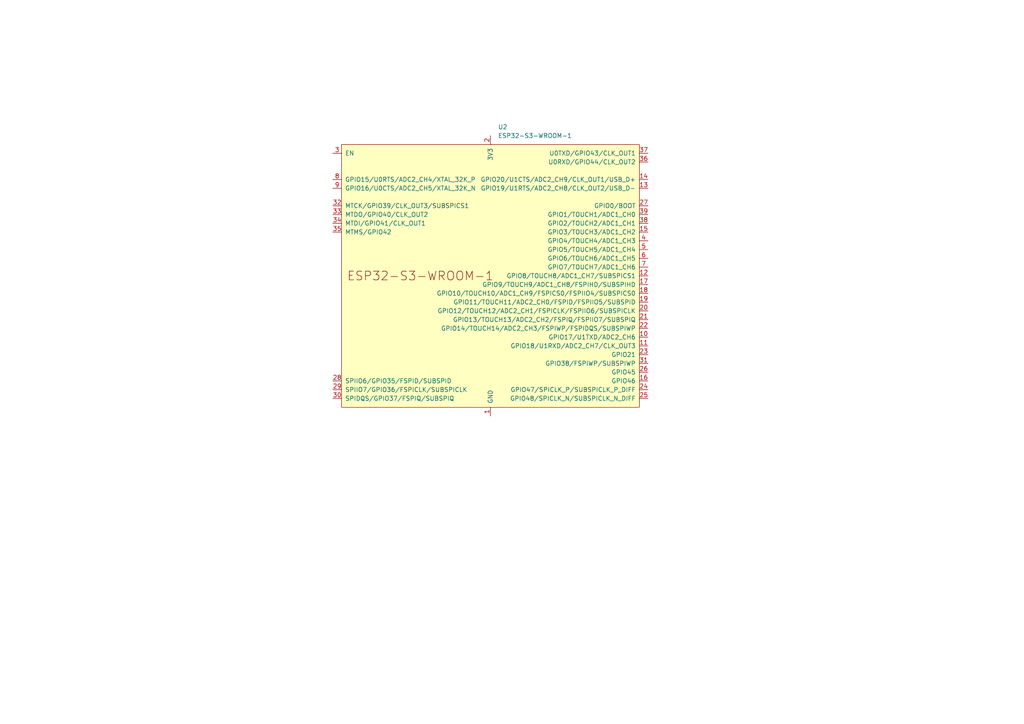
<source format=kicad_sch>
(kicad_sch (version 20231120) (generator "eeschema") (generator_version "8.0")
  (paper "A4")
  (lib_symbols
    (symbol "Espressif:ESP32-S3-WROOM-1" (pin_names (offset 1.016))
      (property "Reference" "U" (at -43.18 43.18 0))
      (property "Value" "ESP32-S3-WROOM-1" (at -43.18 40.64 0))
      (symbol "ESP32-S3-WROOM-1_0_0"
        (text "ESP32-S3-WROOM-1" (at -20.32 0 0) (effects (font (size 2.54 2.54))))
        (pin power_in line (at 0 -40.64 90) (length 2.54) (name "GND") (number "1"))
        (pin bidirectional line (at 45.72 -17.78 180) (length 2.54) (name "GPIO17/U1TXD/ADC2_CH6") (number "10"))
        (pin bidirectional line (at 45.72 -20.32 180) (length 2.54) (name "GPIO18/U1RXD/ADC2_CH7/CLK_OUT3") (number "11"))
        (pin bidirectional line (at 45.72 0 180) (length 2.54) (name "GPIO8/TOUCH8/ADC1_CH7/SUBSPICS1") (number "12"))
        (pin bidirectional line (at 45.72 25.4 180) (length 2.54) (name "GPIO19/U1RTS/ADC2_CH8/CLK_OUT2/USB_D-") (number "13"))
        (pin bidirectional line (at 45.72 27.94 180) (length 2.54) (name "GPIO20/U1CTS/ADC2_CH9/CLK_OUT1/USB_D+") (number "14"))
        (pin bidirectional line (at 45.72 12.7 180) (length 2.54) (name "GPIO3/TOUCH3/ADC1_CH2") (number "15"))
        (pin bidirectional line (at 45.72 -30.48 180) (length 2.54) (name "GPIO46") (number "16"))
        (pin bidirectional line (at 45.72 -2.54 180) (length 2.54) (name "GPIO9/TOUCH9/ADC1_CH8/FSPIHD/SUBSPIHD") (number "17"))
        (pin bidirectional line (at 45.72 -5.08 180) (length 2.54) (name "GPIO10/TOUCH10/ADC1_CH9/FSPICS0/FSPIIO4/SUBSPICS0") (number "18"))
        (pin bidirectional line (at 45.72 -7.62 180) (length 2.54) (name "GPIO11/TOUCH11/ADC2_CH0/FSPID/FSPIIO5/SUBSPID") (number "19"))
        (pin power_in line (at 0 40.64 270) (length 2.54) (name "3V3") (number "2"))
        (pin bidirectional line (at 45.72 -10.16 180) (length 2.54) (name "GPIO12/TOUCH12/ADC2_CH1/FSPICLK/FSPIIO6/SUBSPICLK") (number "20"))
        (pin bidirectional line (at 45.72 -12.7 180) (length 2.54) (name "GPIO13/TOUCH13/ADC2_CH2/FSPIQ/FSPIIO7/SUBSPIQ") (number "21"))
        (pin bidirectional line (at 45.72 -15.24 180) (length 2.54) (name "GPIO14/TOUCH14/ADC2_CH3/FSPIWP/FSPIDQS/SUBSPIWP") (number "22"))
        (pin bidirectional line (at 45.72 -22.86 180) (length 2.54) (name "GPIO21") (number "23"))
        (pin bidirectional line (at 45.72 -33.02 180) (length 2.54) (name "GPIO47/SPICLK_P/SUBSPICLK_P_DIFF") (number "24"))
        (pin bidirectional line (at 45.72 -35.56 180) (length 2.54) (name "GPIO48/SPICLK_N/SUBSPICLK_N_DIFF") (number "25"))
        (pin bidirectional line (at 45.72 -27.94 180) (length 2.54) (name "GPIO45") (number "26"))
        (pin bidirectional line (at 45.72 20.32 180) (length 2.54) (name "GPIO0/BOOT") (number "27"))
        (pin bidirectional line (at -45.72 -30.48 0) (length 2.54) (name "SPIIO6/GPIO35/FSPID/SUBSPID") (number "28"))
        (pin bidirectional line (at -45.72 -33.02 0) (length 2.54) (name "SPIIO7/GPIO36/FSPICLK/SUBSPICLK") (number "29"))
        (pin input line (at -45.72 35.56 0) (length 2.54) (name "EN") (number "3"))
        (pin bidirectional line (at -45.72 -35.56 0) (length 2.54) (name "SPIDQS/GPIO37/FSPIQ/SUBSPIQ") (number "30"))
        (pin bidirectional line (at 45.72 -25.4 180) (length 2.54) (name "GPIO38/FSPIWP/SUBSPIWP") (number "31"))
        (pin bidirectional line (at -45.72 20.32 0) (length 2.54) (name "MTCK/GPIO39/CLK_OUT3/SUBSPICS1") (number "32"))
        (pin bidirectional line (at -45.72 17.78 0) (length 2.54) (name "MTDO/GPIO40/CLK_OUT2") (number "33"))
        (pin bidirectional line (at -45.72 15.24 0) (length 2.54) (name "MTDI/GPIO41/CLK_OUT1") (number "34"))
        (pin bidirectional line (at -45.72 12.7 0) (length 2.54) (name "MTMS/GPIO42") (number "35"))
        (pin bidirectional line (at 45.72 33.02 180) (length 2.54) (name "U0RXD/GPIO44/CLK_OUT2") (number "36"))
        (pin bidirectional line (at 45.72 35.56 180) (length 2.54) (name "U0TXD/GPIO43/CLK_OUT1") (number "37"))
        (pin bidirectional line (at 45.72 15.24 180) (length 2.54) (name "GPIO2/TOUCH2/ADC1_CH1") (number "38"))
        (pin bidirectional line (at 45.72 17.78 180) (length 2.54) (name "GPIO1/TOUCH1/ADC1_CH0") (number "39"))
        (pin bidirectional line (at 45.72 10.16 180) (length 2.54) (name "GPIO4/TOUCH4/ADC1_CH3") (number "4"))
        (pin passive line (at 0 -40.64 90) (length 2.54) hide (name "GND") (number "40"))
        (pin passive line (at 0 -40.64 90) (length 2.54) hide (name "GND") (number "41"))
        (pin bidirectional line (at 45.72 7.62 180) (length 2.54) (name "GPIO5/TOUCH5/ADC1_CH4") (number "5"))
        (pin bidirectional line (at 45.72 5.08 180) (length 2.54) (name "GPIO6/TOUCH6/ADC1_CH5") (number "6"))
        (pin bidirectional line (at 45.72 2.54 180) (length 2.54) (name "GPIO7/TOUCH7/ADC1_CH6") (number "7"))
        (pin bidirectional line (at -45.72 27.94 0) (length 2.54) (name "GPIO15/U0RTS/ADC2_CH4/XTAL_32K_P") (number "8"))
        (pin bidirectional line (at -45.72 25.4 0) (length 2.54) (name "GPIO16/U0CTS/ADC2_CH5/XTAL_32K_N") (number "9"))
      )
      (symbol "ESP32-S3-WROOM-1_0_1"
        (rectangle (start -43.18 38.1) (end 43.18 -38.1) (fill (type background)))
      )
    )
  )
  (symbol (lib_id "Espressif:ESP32-S3-WROOM-1") (at 142.24 80.01 0) (unit 1)
    (property "Reference" "U2" (at 144.4341 36.83 0) (effects (justify left)))
    (property "Value" "ESP32-S3-WROOM-1" (at 144.4341 39.37 0) (effects (justify left)))
    (property "Footprint" "Espressif:ESP32-S3-WROOM-1" (effects (hide yes)))
    (property "Datasheet" "https://www.espressif.com/sites/default/files/documentation/esp32-s3-wroom-1_wroom-1u_datasheet_en.pdf" (effects (hide yes)))
    (property "Description" "2.4 GHz WiFi (802.11 b/g/n) and Bluetooth ® 5 (LE) module Built around ESP32S3 series of SoCs, Xtensa ® dualcore 32bit LX7 microprocessor Flash up to 16 MB, PSRAM up to 8 MB 36 GPIOs, rich set of peripherals Onboard PCB antenna" (effects (hide yes)))
  )
)
</source>
